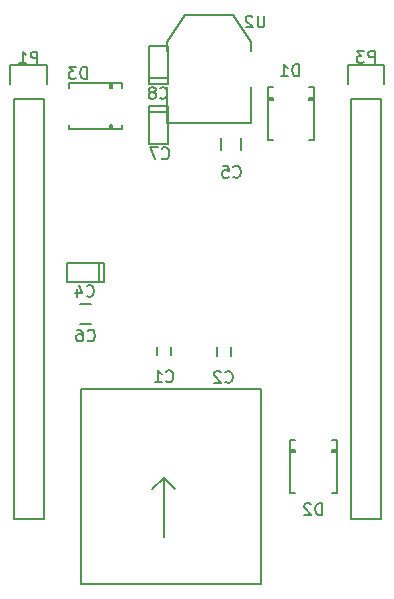
<source format=gbr>
G04 #@! TF.FileFunction,Legend,Bot*
%FSLAX46Y46*%
G04 Gerber Fmt 4.6, Leading zero omitted, Abs format (unit mm)*
G04 Created by KiCad (PCBNEW 4.0.4+e1-6308~48~ubuntu16.04.1-stable) date Wed Nov  2 15:53:33 2016*
%MOMM*%
%LPD*%
G01*
G04 APERTURE LIST*
%ADD10C,0.100000*%
%ADD11C,0.150000*%
G04 APERTURE END LIST*
D10*
D11*
X130220000Y-130880000D02*
X130220000Y-131580000D01*
X131420000Y-131580000D02*
X131420000Y-130880000D01*
X135300000Y-130920000D02*
X135300000Y-131620000D01*
X136500000Y-131620000D02*
X136500000Y-130920000D01*
X125343000Y-123787200D02*
X125343000Y-125412800D01*
X122599800Y-125412800D02*
X122599800Y-123787200D01*
X122599800Y-123787200D02*
X125800200Y-123787200D01*
X125800200Y-123787200D02*
X125800200Y-125412800D01*
X125800200Y-125412800D02*
X122599800Y-125412800D01*
X137375000Y-113165000D02*
X137375000Y-114165000D01*
X135675000Y-114165000D02*
X135675000Y-113165000D01*
X123700000Y-127250000D02*
X124700000Y-127250000D01*
X124700000Y-128950000D02*
X123700000Y-128950000D01*
X129587200Y-110957000D02*
X131212800Y-110957000D01*
X131212800Y-113700200D02*
X129587200Y-113700200D01*
X129587200Y-113700200D02*
X129587200Y-110499800D01*
X129587200Y-110499800D02*
X131212800Y-110499800D01*
X131212800Y-110499800D02*
X131212800Y-113700200D01*
X131212800Y-108143000D02*
X129587200Y-108143000D01*
X129587200Y-105399800D02*
X131212800Y-105399800D01*
X131212800Y-105399800D02*
X131212800Y-108600200D01*
X131212800Y-108600200D02*
X129587200Y-108600200D01*
X129587200Y-108600200D02*
X129587200Y-105399800D01*
X139060000Y-150930000D02*
X139060000Y-134430000D01*
X139060000Y-134430000D02*
X124310000Y-134430000D01*
X124310000Y-134430000D02*
X123810000Y-134430000D01*
X123810000Y-134430000D02*
X123810000Y-150930000D01*
X123810000Y-150930000D02*
X139060000Y-150930000D01*
X130810000Y-146930000D02*
X130810000Y-141930000D01*
X130810000Y-141930000D02*
X129810000Y-142930000D01*
X129810000Y-142930000D02*
X130810000Y-141930000D01*
X130810000Y-141930000D02*
X131810000Y-142930000D01*
X139660000Y-108880000D02*
X140060000Y-108880000D01*
X143560000Y-108880000D02*
X143160000Y-108880000D01*
X143560000Y-113380000D02*
X143160000Y-113380000D01*
X139660000Y-113380000D02*
X140060000Y-113380000D01*
X143560000Y-109780000D02*
X143160000Y-109780000D01*
X143160000Y-109780000D02*
X143160000Y-109930000D01*
X143160000Y-109930000D02*
X143560000Y-109930000D01*
X139660000Y-109780000D02*
X140060000Y-109780000D01*
X140060000Y-109780000D02*
X140060000Y-109930000D01*
X140060000Y-109930000D02*
X139660000Y-109930000D01*
X139660000Y-108880000D02*
X139660000Y-113380000D01*
X143560000Y-113380000D02*
X143560000Y-108880000D01*
X141550000Y-138710000D02*
X141950000Y-138710000D01*
X145450000Y-138710000D02*
X145050000Y-138710000D01*
X145450000Y-143210000D02*
X145050000Y-143210000D01*
X141550000Y-143210000D02*
X141950000Y-143210000D01*
X145450000Y-139610000D02*
X145050000Y-139610000D01*
X145050000Y-139610000D02*
X145050000Y-139760000D01*
X145050000Y-139760000D02*
X145450000Y-139760000D01*
X141550000Y-139610000D02*
X141950000Y-139610000D01*
X141950000Y-139610000D02*
X141950000Y-139760000D01*
X141950000Y-139760000D02*
X141550000Y-139760000D01*
X141550000Y-138710000D02*
X141550000Y-143210000D01*
X145450000Y-143210000D02*
X145450000Y-138710000D01*
X127330000Y-108540000D02*
X127330000Y-108940000D01*
X127330000Y-112440000D02*
X127330000Y-112040000D01*
X122830000Y-112440000D02*
X122830000Y-112040000D01*
X122830000Y-108540000D02*
X122830000Y-108940000D01*
X126430000Y-112440000D02*
X126430000Y-112040000D01*
X126430000Y-112040000D02*
X126280000Y-112040000D01*
X126280000Y-112040000D02*
X126280000Y-112440000D01*
X126430000Y-108540000D02*
X126430000Y-108940000D01*
X126430000Y-108940000D02*
X126280000Y-108940000D01*
X126280000Y-108940000D02*
X126280000Y-108540000D01*
X127330000Y-108540000D02*
X122830000Y-108540000D01*
X122830000Y-112440000D02*
X127330000Y-112440000D01*
X120650000Y-109855000D02*
X120650000Y-145415000D01*
X120650000Y-145415000D02*
X118110000Y-145415000D01*
X118110000Y-145415000D02*
X118110000Y-109855000D01*
X117830000Y-107035000D02*
X117830000Y-108585000D01*
X118110000Y-109855000D02*
X120650000Y-109855000D01*
X120930000Y-108585000D02*
X120930000Y-107035000D01*
X120930000Y-107035000D02*
X117830000Y-107035000D01*
X149225000Y-109855000D02*
X149225000Y-145415000D01*
X149225000Y-145415000D02*
X146685000Y-145415000D01*
X146685000Y-145415000D02*
X146685000Y-109855000D01*
X146405000Y-107035000D02*
X146405000Y-108585000D01*
X146685000Y-109855000D02*
X149225000Y-109855000D01*
X149505000Y-108585000D02*
X149505000Y-107035000D01*
X149505000Y-107035000D02*
X146405000Y-107035000D01*
X138176000Y-108839000D02*
X138176000Y-111887000D01*
X138176000Y-111887000D02*
X131064000Y-111887000D01*
X131064000Y-111887000D02*
X131064000Y-108839000D01*
X138176000Y-105791000D02*
X138176000Y-105029000D01*
X138176000Y-105029000D02*
X136652000Y-102743000D01*
X136652000Y-102743000D02*
X132588000Y-102743000D01*
X132588000Y-102743000D02*
X131064000Y-105029000D01*
X131064000Y-105029000D02*
X131064000Y-105791000D01*
X131016666Y-133762143D02*
X131064285Y-133809762D01*
X131207142Y-133857381D01*
X131302380Y-133857381D01*
X131445238Y-133809762D01*
X131540476Y-133714524D01*
X131588095Y-133619286D01*
X131635714Y-133428810D01*
X131635714Y-133285952D01*
X131588095Y-133095476D01*
X131540476Y-133000238D01*
X131445238Y-132905000D01*
X131302380Y-132857381D01*
X131207142Y-132857381D01*
X131064285Y-132905000D01*
X131016666Y-132952619D01*
X130064285Y-133857381D02*
X130635714Y-133857381D01*
X130350000Y-133857381D02*
X130350000Y-132857381D01*
X130445238Y-133000238D01*
X130540476Y-133095476D01*
X130635714Y-133143095D01*
X136036666Y-133832143D02*
X136084285Y-133879762D01*
X136227142Y-133927381D01*
X136322380Y-133927381D01*
X136465238Y-133879762D01*
X136560476Y-133784524D01*
X136608095Y-133689286D01*
X136655714Y-133498810D01*
X136655714Y-133355952D01*
X136608095Y-133165476D01*
X136560476Y-133070238D01*
X136465238Y-132975000D01*
X136322380Y-132927381D01*
X136227142Y-132927381D01*
X136084285Y-132975000D01*
X136036666Y-133022619D01*
X135655714Y-133022619D02*
X135608095Y-132975000D01*
X135512857Y-132927381D01*
X135274761Y-132927381D01*
X135179523Y-132975000D01*
X135131904Y-133022619D01*
X135084285Y-133117857D01*
X135084285Y-133213095D01*
X135131904Y-133355952D01*
X135703333Y-133927381D01*
X135084285Y-133927381D01*
X124296666Y-126547143D02*
X124344285Y-126594762D01*
X124487142Y-126642381D01*
X124582380Y-126642381D01*
X124725238Y-126594762D01*
X124820476Y-126499524D01*
X124868095Y-126404286D01*
X124915714Y-126213810D01*
X124915714Y-126070952D01*
X124868095Y-125880476D01*
X124820476Y-125785238D01*
X124725238Y-125690000D01*
X124582380Y-125642381D01*
X124487142Y-125642381D01*
X124344285Y-125690000D01*
X124296666Y-125737619D01*
X123439523Y-125975714D02*
X123439523Y-126642381D01*
X123677619Y-125594762D02*
X123915714Y-126309048D01*
X123296666Y-126309048D01*
X136716666Y-116447143D02*
X136764285Y-116494762D01*
X136907142Y-116542381D01*
X137002380Y-116542381D01*
X137145238Y-116494762D01*
X137240476Y-116399524D01*
X137288095Y-116304286D01*
X137335714Y-116113810D01*
X137335714Y-115970952D01*
X137288095Y-115780476D01*
X137240476Y-115685238D01*
X137145238Y-115590000D01*
X137002380Y-115542381D01*
X136907142Y-115542381D01*
X136764285Y-115590000D01*
X136716666Y-115637619D01*
X135811904Y-115542381D02*
X136288095Y-115542381D01*
X136335714Y-116018571D01*
X136288095Y-115970952D01*
X136192857Y-115923333D01*
X135954761Y-115923333D01*
X135859523Y-115970952D01*
X135811904Y-116018571D01*
X135764285Y-116113810D01*
X135764285Y-116351905D01*
X135811904Y-116447143D01*
X135859523Y-116494762D01*
X135954761Y-116542381D01*
X136192857Y-116542381D01*
X136288095Y-116494762D01*
X136335714Y-116447143D01*
X124376666Y-130317143D02*
X124424285Y-130364762D01*
X124567142Y-130412381D01*
X124662380Y-130412381D01*
X124805238Y-130364762D01*
X124900476Y-130269524D01*
X124948095Y-130174286D01*
X124995714Y-129983810D01*
X124995714Y-129840952D01*
X124948095Y-129650476D01*
X124900476Y-129555238D01*
X124805238Y-129460000D01*
X124662380Y-129412381D01*
X124567142Y-129412381D01*
X124424285Y-129460000D01*
X124376666Y-129507619D01*
X123519523Y-129412381D02*
X123710000Y-129412381D01*
X123805238Y-129460000D01*
X123852857Y-129507619D01*
X123948095Y-129650476D01*
X123995714Y-129840952D01*
X123995714Y-130221905D01*
X123948095Y-130317143D01*
X123900476Y-130364762D01*
X123805238Y-130412381D01*
X123614761Y-130412381D01*
X123519523Y-130364762D01*
X123471904Y-130317143D01*
X123424285Y-130221905D01*
X123424285Y-129983810D01*
X123471904Y-129888571D01*
X123519523Y-129840952D01*
X123614761Y-129793333D01*
X123805238Y-129793333D01*
X123900476Y-129840952D01*
X123948095Y-129888571D01*
X123995714Y-129983810D01*
X130656666Y-114887143D02*
X130704285Y-114934762D01*
X130847142Y-114982381D01*
X130942380Y-114982381D01*
X131085238Y-114934762D01*
X131180476Y-114839524D01*
X131228095Y-114744286D01*
X131275714Y-114553810D01*
X131275714Y-114410952D01*
X131228095Y-114220476D01*
X131180476Y-114125238D01*
X131085238Y-114030000D01*
X130942380Y-113982381D01*
X130847142Y-113982381D01*
X130704285Y-114030000D01*
X130656666Y-114077619D01*
X130323333Y-113982381D02*
X129656666Y-113982381D01*
X130085238Y-114982381D01*
X130506666Y-109777143D02*
X130554285Y-109824762D01*
X130697142Y-109872381D01*
X130792380Y-109872381D01*
X130935238Y-109824762D01*
X131030476Y-109729524D01*
X131078095Y-109634286D01*
X131125714Y-109443810D01*
X131125714Y-109300952D01*
X131078095Y-109110476D01*
X131030476Y-109015238D01*
X130935238Y-108920000D01*
X130792380Y-108872381D01*
X130697142Y-108872381D01*
X130554285Y-108920000D01*
X130506666Y-108967619D01*
X129935238Y-109300952D02*
X130030476Y-109253333D01*
X130078095Y-109205714D01*
X130125714Y-109110476D01*
X130125714Y-109062857D01*
X130078095Y-108967619D01*
X130030476Y-108920000D01*
X129935238Y-108872381D01*
X129744761Y-108872381D01*
X129649523Y-108920000D01*
X129601904Y-108967619D01*
X129554285Y-109062857D01*
X129554285Y-109110476D01*
X129601904Y-109205714D01*
X129649523Y-109253333D01*
X129744761Y-109300952D01*
X129935238Y-109300952D01*
X130030476Y-109348571D01*
X130078095Y-109396190D01*
X130125714Y-109491429D01*
X130125714Y-109681905D01*
X130078095Y-109777143D01*
X130030476Y-109824762D01*
X129935238Y-109872381D01*
X129744761Y-109872381D01*
X129649523Y-109824762D01*
X129601904Y-109777143D01*
X129554285Y-109681905D01*
X129554285Y-109491429D01*
X129601904Y-109396190D01*
X129649523Y-109348571D01*
X129744761Y-109300952D01*
X142263095Y-107947381D02*
X142263095Y-106947381D01*
X142025000Y-106947381D01*
X141882142Y-106995000D01*
X141786904Y-107090238D01*
X141739285Y-107185476D01*
X141691666Y-107375952D01*
X141691666Y-107518810D01*
X141739285Y-107709286D01*
X141786904Y-107804524D01*
X141882142Y-107899762D01*
X142025000Y-107947381D01*
X142263095Y-107947381D01*
X140739285Y-107947381D02*
X141310714Y-107947381D01*
X141025000Y-107947381D02*
X141025000Y-106947381D01*
X141120238Y-107090238D01*
X141215476Y-107185476D01*
X141310714Y-107233095D01*
X144228095Y-145112381D02*
X144228095Y-144112381D01*
X143990000Y-144112381D01*
X143847142Y-144160000D01*
X143751904Y-144255238D01*
X143704285Y-144350476D01*
X143656666Y-144540952D01*
X143656666Y-144683810D01*
X143704285Y-144874286D01*
X143751904Y-144969524D01*
X143847142Y-145064762D01*
X143990000Y-145112381D01*
X144228095Y-145112381D01*
X143275714Y-144207619D02*
X143228095Y-144160000D01*
X143132857Y-144112381D01*
X142894761Y-144112381D01*
X142799523Y-144160000D01*
X142751904Y-144207619D01*
X142704285Y-144302857D01*
X142704285Y-144398095D01*
X142751904Y-144540952D01*
X143323333Y-145112381D01*
X142704285Y-145112381D01*
X124303095Y-108162381D02*
X124303095Y-107162381D01*
X124065000Y-107162381D01*
X123922142Y-107210000D01*
X123826904Y-107305238D01*
X123779285Y-107400476D01*
X123731666Y-107590952D01*
X123731666Y-107733810D01*
X123779285Y-107924286D01*
X123826904Y-108019524D01*
X123922142Y-108114762D01*
X124065000Y-108162381D01*
X124303095Y-108162381D01*
X123398333Y-107162381D02*
X122779285Y-107162381D01*
X123112619Y-107543333D01*
X122969761Y-107543333D01*
X122874523Y-107590952D01*
X122826904Y-107638571D01*
X122779285Y-107733810D01*
X122779285Y-107971905D01*
X122826904Y-108067143D01*
X122874523Y-108114762D01*
X122969761Y-108162381D01*
X123255476Y-108162381D01*
X123350714Y-108114762D01*
X123398333Y-108067143D01*
X120128095Y-106862381D02*
X120128095Y-105862381D01*
X119747142Y-105862381D01*
X119651904Y-105910000D01*
X119604285Y-105957619D01*
X119556666Y-106052857D01*
X119556666Y-106195714D01*
X119604285Y-106290952D01*
X119651904Y-106338571D01*
X119747142Y-106386190D01*
X120128095Y-106386190D01*
X118604285Y-106862381D02*
X119175714Y-106862381D01*
X118890000Y-106862381D02*
X118890000Y-105862381D01*
X118985238Y-106005238D01*
X119080476Y-106100476D01*
X119175714Y-106148095D01*
X148688095Y-106832381D02*
X148688095Y-105832381D01*
X148307142Y-105832381D01*
X148211904Y-105880000D01*
X148164285Y-105927619D01*
X148116666Y-106022857D01*
X148116666Y-106165714D01*
X148164285Y-106260952D01*
X148211904Y-106308571D01*
X148307142Y-106356190D01*
X148688095Y-106356190D01*
X147783333Y-105832381D02*
X147164285Y-105832381D01*
X147497619Y-106213333D01*
X147354761Y-106213333D01*
X147259523Y-106260952D01*
X147211904Y-106308571D01*
X147164285Y-106403810D01*
X147164285Y-106641905D01*
X147211904Y-106737143D01*
X147259523Y-106784762D01*
X147354761Y-106832381D01*
X147640476Y-106832381D01*
X147735714Y-106784762D01*
X147783333Y-106737143D01*
X139331905Y-102822381D02*
X139331905Y-103631905D01*
X139284286Y-103727143D01*
X139236667Y-103774762D01*
X139141429Y-103822381D01*
X138950952Y-103822381D01*
X138855714Y-103774762D01*
X138808095Y-103727143D01*
X138760476Y-103631905D01*
X138760476Y-102822381D01*
X138331905Y-102917619D02*
X138284286Y-102870000D01*
X138189048Y-102822381D01*
X137950952Y-102822381D01*
X137855714Y-102870000D01*
X137808095Y-102917619D01*
X137760476Y-103012857D01*
X137760476Y-103108095D01*
X137808095Y-103250952D01*
X138379524Y-103822381D01*
X137760476Y-103822381D01*
M02*

</source>
